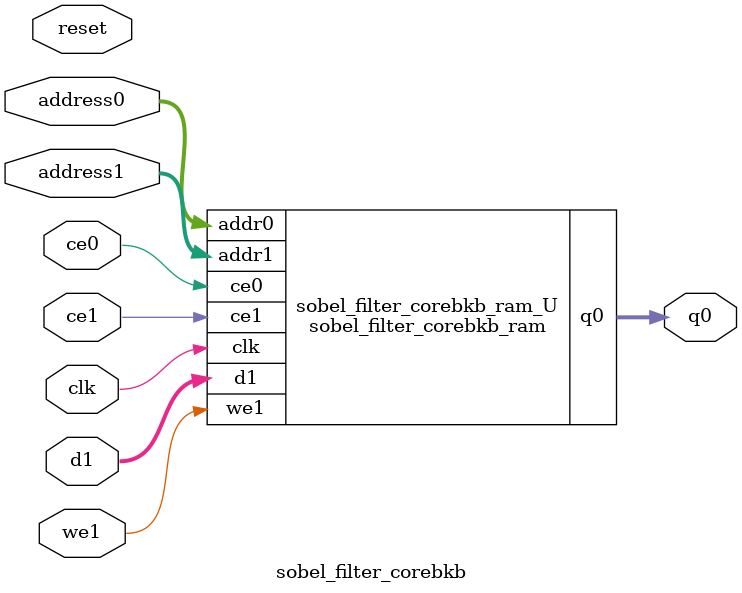
<source format=v>

`timescale 1 ns / 1 ps
module sobel_filter_corebkb_ram (addr0, ce0, q0, addr1, ce1, d1, we1,  clk);

parameter DWIDTH = 8;
parameter AWIDTH = 11;
parameter MEM_SIZE = 1920;

input[AWIDTH-1:0] addr0;
input ce0;
output reg[DWIDTH-1:0] q0;
input[AWIDTH-1:0] addr1;
input ce1;
input[DWIDTH-1:0] d1;
input we1;
input clk;

(* ram_style = "block" *)reg [DWIDTH-1:0] ram[0:MEM_SIZE-1];




always @(posedge clk)  
begin 
    if (ce0) 
    begin
            q0 <= ram[addr0];
    end
end


always @(posedge clk)  
begin 
    if (ce1) 
    begin
        if (we1) 
        begin 
            ram[addr1] <= d1; 
        end 
    end
end


endmodule


`timescale 1 ns / 1 ps
module sobel_filter_corebkb(
    reset,
    clk,
    address0,
    ce0,
    q0,
    address1,
    ce1,
    we1,
    d1);

parameter DataWidth = 32'd8;
parameter AddressRange = 32'd1920;
parameter AddressWidth = 32'd11;
input reset;
input clk;
input[AddressWidth - 1:0] address0;
input ce0;
output[DataWidth - 1:0] q0;
input[AddressWidth - 1:0] address1;
input ce1;
input we1;
input[DataWidth - 1:0] d1;



sobel_filter_corebkb_ram sobel_filter_corebkb_ram_U(
    .clk( clk ),
    .addr0( address0 ),
    .ce0( ce0 ),
    .q0( q0 ),
    .addr1( address1 ),
    .ce1( ce1 ),
    .d1( d1 ),
    .we1( we1 ));

endmodule


</source>
